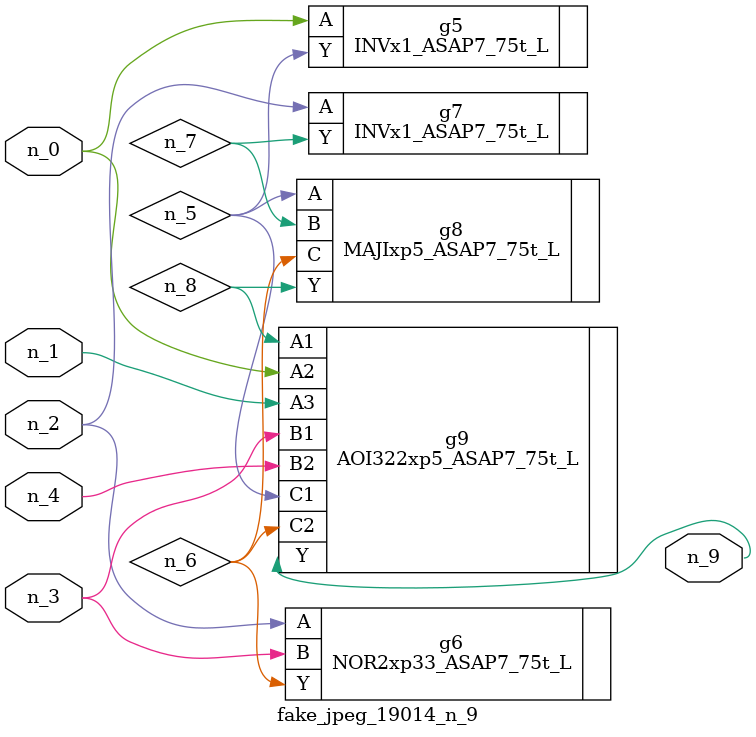
<source format=v>
module fake_jpeg_19014_n_9 (n_3, n_2, n_1, n_0, n_4, n_9);

input n_3;
input n_2;
input n_1;
input n_0;
input n_4;

output n_9;

wire n_8;
wire n_6;
wire n_5;
wire n_7;

INVx1_ASAP7_75t_L g5 ( 
.A(n_0),
.Y(n_5)
);

NOR2xp33_ASAP7_75t_L g6 ( 
.A(n_2),
.B(n_3),
.Y(n_6)
);

INVx1_ASAP7_75t_L g7 ( 
.A(n_2),
.Y(n_7)
);

MAJIxp5_ASAP7_75t_L g8 ( 
.A(n_5),
.B(n_7),
.C(n_6),
.Y(n_8)
);

AOI322xp5_ASAP7_75t_L g9 ( 
.A1(n_8),
.A2(n_0),
.A3(n_1),
.B1(n_3),
.B2(n_4),
.C1(n_5),
.C2(n_6),
.Y(n_9)
);


endmodule
</source>
